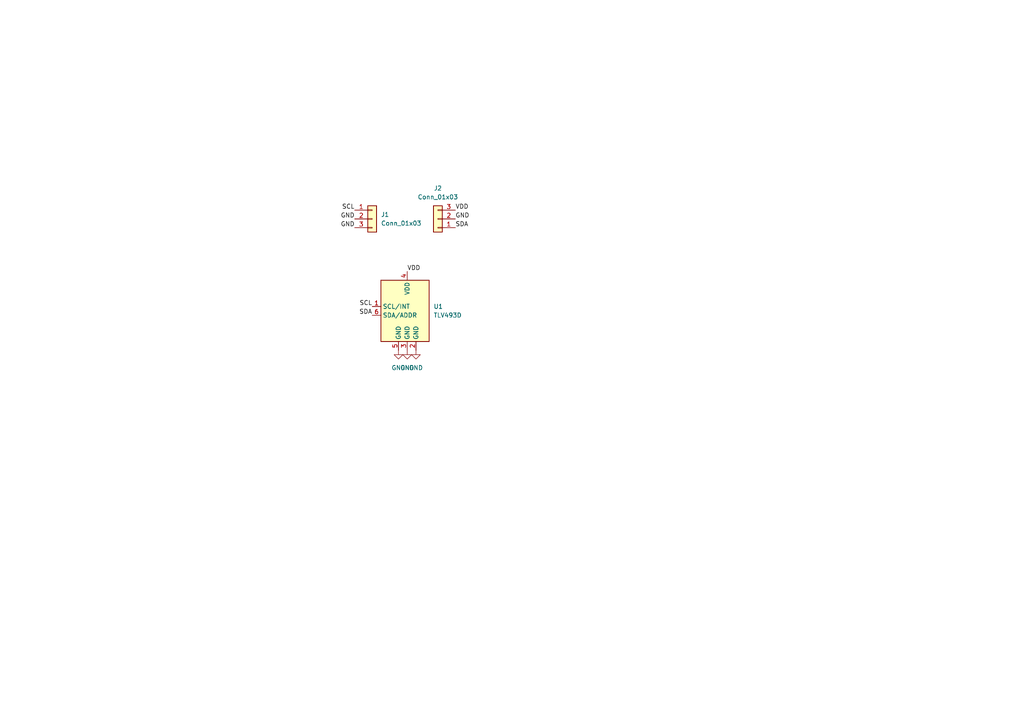
<source format=kicad_sch>
(kicad_sch (version 20230121) (generator eeschema)
  (paper "A4")
  (lib_symbols
    (symbol "Connector_Generic:Conn_01x03" (pin_names (offset 1.016) hide)
      (property "Reference" "J" (at 0 5.08 0))
      (property "Value" "Conn_01x03" (at 0 -5.08 0))
      (symbol "Conn_01x03_1_1"
        (rectangle (start -1.27 -2.413) (end 0 -2.667) (stroke (width 0.1524)))
        (rectangle (start -1.27 0.127) (end 0 -0.127) (stroke (width 0.1524)))
        (rectangle (start -1.27 2.667) (end 0 2.413) (stroke (width 0.1524)))
        (rectangle (start -1.27 3.81) (end 1.27 -3.81) (stroke (width 0.254)) (fill (type background)))
        (pin passive line (at -5.08 2.54 0) (length 3.81) (name "Pin_1") (number "1"))
        (pin passive line (at -5.08 0 0) (length 3.81) (name "Pin_2") (number "2"))
        (pin passive line (at -5.08 -2.54 0) (length 3.81) (name "Pin_3") (number "3"))
      )
    )
    (symbol "Sensor_Magnetic:TLV493D"
      (property "Reference" "U" (at -6.35 11.43 0))
      (property "Value" "TLV493D" (at 5.08 11.43 0))
      (symbol "TLV493D_0_1"
        (rectangle (start -7.62 10.16) (end 6.35 -7.62) (stroke (width 0.254)) (fill (type background)))
      )
      (symbol "TLV493D_1_1"
        (pin bidirectional line (at -10.16 2.54 0) (length 2.54) (name "SCL/INT") (number "1"))
        (pin power_in line (at 2.54 -10.16 90) (length 2.54) (name "GND") (number "2"))
        (pin power_in line (at 0 -10.16 90) (length 2.54) (name "GND") (number "3"))
        (pin power_in line (at 0 12.7 270) (length 2.54) (name "VDD") (number "4"))
        (pin power_in line (at -2.54 -10.16 90) (length 2.54) (name "GND") (number "5"))
        (pin bidirectional line (at -10.16 0 0) (length 2.54) (name "SDA/ADDR") (number "6"))
      )
    )
    (symbol "power:GND" (power) (pin_names (offset 0))
      (property "Value" "GND" (at 0 -3.81 0))
      (symbol "GND_0_1"
        (polyline (pts (xy 0 0) (xy 0 -1.27) (xy 1.27 -1.27) (xy 0 -2.54) (xy -1.27 -1.27) (xy 0 -1.27)))
      )
      (symbol "GND_1_1"
        (pin power_in line (at 0 0 270) (length 0) hide (name "GND") (number "1"))
      )
    )
  )
  (label "GND" (at 102.87 66.04 180))
  (label "SDA" (at 132.08 66.04 0))
  (label "VDD" (at 118.11 78.74 0))
  (label "GND" (at 102.87 63.5 180))
  (label "GND" (at 132.08 63.5 0))
  (label "VDD" (at 132.08 60.96 0))
  (label "SCL" (at 107.95 88.9 180))
  (label "SDA" (at 107.95 91.44 180))
  (label "SCL" (at 102.87 60.96 180))
  (symbol (lib_id "Connector_Generic:Conn_01x03") (at 107.95 63.5 0) (unit 1)
    (property "Reference" "J1" (at 110.49 62.23 0) (effects (justify left)))
    (property "Value" "Conn_01x03" (at 110.49 64.77 0) (effects (justify left)))
    (property "Footprint" "Connector_PinHeader_2.54mm:PinHeader_1x03_P2.54mm_Vertical" (effects hide))
  )
  (symbol (lib_id "power:GND") (at 120.65 101.6 0) (unit 1)
    (property "Reference" "#PWR03" (effects hide))
    (property "Value" "GND" (at 120.65 106.68 0))
  )
  (symbol (lib_id "power:GND") (at 115.57 101.6 0) (unit 1)
    (property "Reference" "#PWR01" (effects hide))
    (property "Value" "GND" (at 115.57 106.68 0))
  )
  (symbol (lib_id "Connector_Generic:Conn_01x03") (at 127 63.5 180) (unit 1)
    (property "Reference" "J2" (at 127 54.61 0))
    (property "Value" "Conn_01x03" (at 127 57.15 0))
    (property "Footprint" "Connector_PinHeader_2.54mm:PinHeader_1x03_P2.54mm_Vertical" (effects hide))
  )
  (symbol (lib_id "power:GND") (at 118.11 101.6 0) (unit 1)
    (property "Reference" "#PWR02" (effects hide))
    (property "Value" "GND" (at 118.11 106.68 0))
  )
  (symbol (lib_id "Sensor_Magnetic:TLV493D") (at 118.11 91.44 0) (unit 1)
    (property "Reference" "U1" (at 125.73 88.9 0) (effects (justify left)))
    (property "Value" "TLV493D" (at 125.73 91.44 0) (effects (justify left)))
    (property "Footprint" "Package_TO_SOT_SMD:SOT-23-6" (effects hide))
    (property "Datasheet" "http://www.infineon.com/dgdl/Infineon-TLV493D-A1B6-DS-v01_00-EN.pdf?fileId=5546d462525dbac40152a6b85c760e80" (effects hide))
  )
)
</source>
